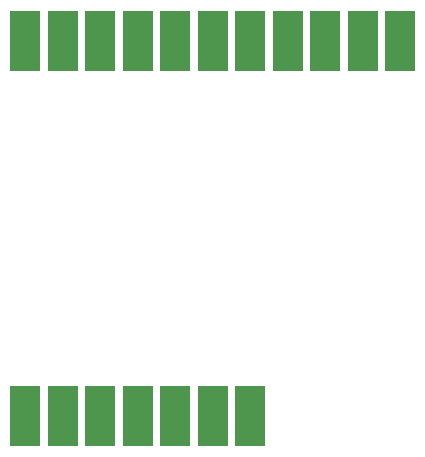
<source format=gbr>
G04 EAGLE Gerber RS-274X export*
G75*
%MOMM*%
%FSLAX34Y34*%
%LPD*%
%INSolderpaste Top*%
%IPPOS*%
%AMOC8*
5,1,8,0,0,1.08239X$1,22.5*%
G01*
%ADD10R,2.540000X5.080000*%


D10*
X88900Y190500D03*
X120650Y190500D03*
X152400Y190500D03*
X184150Y190500D03*
X215900Y190500D03*
X279400Y190500D03*
X247650Y190500D03*
X88900Y508000D03*
X120650Y508000D03*
X152400Y508000D03*
X184150Y508000D03*
X215900Y508000D03*
X279400Y508000D03*
X247650Y508000D03*
X311150Y508000D03*
X342900Y508000D03*
X374650Y508000D03*
X406400Y508000D03*
M02*

</source>
